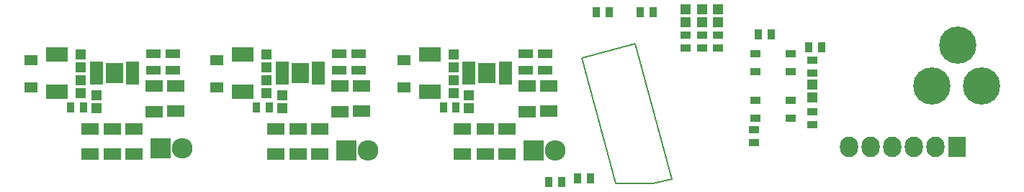
<source format=gbr>
G04 #@! TF.FileFunction,Soldermask,Bot*
%FSLAX46Y46*%
G04 Gerber Fmt 4.6, Leading zero omitted, Abs format (unit mm)*
G04 Created by KiCad (PCBNEW 4.0.0-rc1-stable) date 2/20/2017 10:27:06 PM*
%MOMM*%
G01*
G04 APERTURE LIST*
%ADD10C,0.100000*%
%ADD11C,0.200000*%
%ADD12R,2.000000X1.400000*%
%ADD13R,1.700000X1.100000*%
%ADD14R,1.500000X0.650000*%
%ADD15R,2.130000X2.400000*%
%ADD16R,1.150000X1.200000*%
%ADD17R,0.900000X1.300000*%
%ADD18R,2.500000X1.800000*%
%ADD19R,1.620000X1.310000*%
%ADD20C,4.400000*%
%ADD21R,1.197560X1.197560*%
%ADD22R,2.127200X2.432000*%
%ADD23O,2.127200X2.432000*%
%ADD24R,1.300000X0.900000*%
%ADD25R,2.432000X2.432000*%
%ADD26O,2.432000X2.432000*%
%ADD27R,1.303020X0.901700*%
G04 APERTURE END LIST*
D10*
D11*
X143764000Y-113157000D02*
X139319000Y-113157000D01*
X143764000Y-113157000D02*
X145923000Y-112649000D01*
X135382000Y-98298000D02*
X139319000Y-113157000D01*
X141605000Y-96647000D02*
X135382000Y-98298000D01*
X145923000Y-112649000D02*
X141605000Y-96647000D01*
D12*
X109502938Y-101625958D03*
X109502938Y-104625958D03*
D13*
X106835938Y-99757958D03*
X106835938Y-97857958D03*
D14*
X100113938Y-101077958D03*
X100113938Y-100577958D03*
X100113938Y-100077958D03*
X100113938Y-99577958D03*
X100113938Y-99077958D03*
X104413938Y-99077958D03*
X104413938Y-99577958D03*
X104413938Y-100077958D03*
X104413938Y-100577958D03*
X104413938Y-101077958D03*
D15*
X102263938Y-100077958D03*
D13*
X109121938Y-99757958D03*
X109121938Y-97857958D03*
D12*
X106962938Y-101649958D03*
X106962938Y-104649958D03*
X104584500Y-109665204D03*
X104584500Y-106665204D03*
X99377500Y-109665204D03*
X99377500Y-106665204D03*
X102044500Y-109665204D03*
X102044500Y-106665204D03*
D16*
X100139500Y-102767704D03*
X100139500Y-104267704D03*
D17*
X98615500Y-104164704D03*
X97115500Y-104164704D03*
D16*
X98326938Y-97930958D03*
X98326938Y-99430958D03*
D18*
X95532938Y-102277958D03*
X95532938Y-97877958D03*
D16*
X98326938Y-102478958D03*
X98326938Y-100978958D03*
D19*
X92484938Y-98553958D03*
X92484938Y-101823958D03*
D14*
X122084938Y-101077958D03*
X122084938Y-100577958D03*
X122084938Y-100077958D03*
X122084938Y-99577958D03*
X122084938Y-99077958D03*
X126384938Y-99077958D03*
X126384938Y-99577958D03*
X126384938Y-100077958D03*
X126384938Y-100577958D03*
X126384938Y-101077958D03*
D15*
X124234938Y-100077958D03*
D16*
X120297938Y-102478958D03*
X120297938Y-100978958D03*
D18*
X117503938Y-102277958D03*
X117503938Y-97877958D03*
D16*
X120297938Y-97930958D03*
X120297938Y-99430958D03*
D19*
X114455938Y-98553958D03*
X114455938Y-101823958D03*
D17*
X120586500Y-104164704D03*
X119086500Y-104164704D03*
D12*
X126555500Y-109665204D03*
X126555500Y-106665204D03*
X124015500Y-109665204D03*
X124015500Y-106665204D03*
X121348500Y-109665204D03*
X121348500Y-106665204D03*
D13*
X131092938Y-99757958D03*
X131092938Y-97857958D03*
D12*
X128933938Y-101649958D03*
X128933938Y-104649958D03*
X131473938Y-101625958D03*
X131473938Y-104625958D03*
D13*
X128806938Y-99757958D03*
X128806938Y-97857958D03*
D16*
X122110500Y-102767704D03*
X122110500Y-104267704D03*
D12*
X85118938Y-101649958D03*
X85118938Y-104649958D03*
D14*
X78269938Y-101077958D03*
X78269938Y-100577958D03*
X78269938Y-100077958D03*
X78269938Y-99577958D03*
X78269938Y-99077958D03*
X82569938Y-99077958D03*
X82569938Y-99577958D03*
X82569938Y-100077958D03*
X82569938Y-100577958D03*
X82569938Y-101077958D03*
D15*
X80419938Y-100077958D03*
D13*
X84991938Y-99757958D03*
X84991938Y-97857958D03*
X87277938Y-99757958D03*
X87277938Y-97857958D03*
D16*
X78295500Y-102767704D03*
X78295500Y-104267704D03*
D12*
X87658938Y-101625958D03*
X87658938Y-104625958D03*
D16*
X76482938Y-97930958D03*
X76482938Y-99430958D03*
D17*
X76771500Y-104164704D03*
X75271500Y-104164704D03*
D19*
X70640938Y-98553958D03*
X70640938Y-101823958D03*
D18*
X73688938Y-102277958D03*
X73688938Y-97877958D03*
D16*
X76482938Y-102478958D03*
X76482938Y-100978958D03*
D12*
X80200500Y-109665204D03*
X80200500Y-106665204D03*
X82740500Y-109665204D03*
X82740500Y-106665204D03*
X77533500Y-109665204D03*
X77533500Y-106665204D03*
D20*
X176530000Y-101600000D03*
X182330000Y-101600000D03*
X179530000Y-96800000D03*
D16*
X151384000Y-94095000D03*
X151384000Y-92595000D03*
X149479000Y-94095000D03*
X149479000Y-92595000D03*
X147574000Y-94107000D03*
X147574000Y-92607000D03*
D21*
X162433000Y-102984300D03*
X162433000Y-101485700D03*
D22*
X179451000Y-108839000D03*
D23*
X176911000Y-108839000D03*
X174371000Y-108839000D03*
X171831000Y-108839000D03*
X169291000Y-108839000D03*
X166751000Y-108839000D03*
D24*
X151384000Y-95643000D03*
X151384000Y-97143000D03*
X149479000Y-95655000D03*
X149479000Y-97155000D03*
X147574000Y-95643000D03*
X147574000Y-97143000D03*
X162433000Y-104660000D03*
X162433000Y-106160000D03*
X155575000Y-108307000D03*
X155575000Y-106807000D03*
D17*
X162064000Y-97028000D03*
X163564000Y-97028000D03*
D24*
X162433000Y-98564000D03*
X162433000Y-100064000D03*
D17*
X157607000Y-95504000D03*
X156107000Y-95504000D03*
D25*
X85852000Y-108966000D03*
D26*
X88392000Y-108966000D03*
D25*
X129667000Y-109220000D03*
D26*
X132207000Y-109220000D03*
D25*
X107696000Y-109220000D03*
D26*
X110236000Y-109220000D03*
D27*
X155747720Y-99949000D03*
X159893000Y-99949000D03*
X155747720Y-97800160D03*
X159893000Y-97800160D03*
X155788360Y-105468420D03*
X159933640Y-105468420D03*
X155788360Y-103319580D03*
X159933640Y-103319580D03*
D17*
X136398700Y-112509300D03*
X134898700Y-112509300D03*
X143726600Y-92913200D03*
X142226600Y-92913200D03*
X131507800Y-112966500D03*
X133007800Y-112966500D03*
X138595800Y-92913200D03*
X137095800Y-92913200D03*
M02*

</source>
